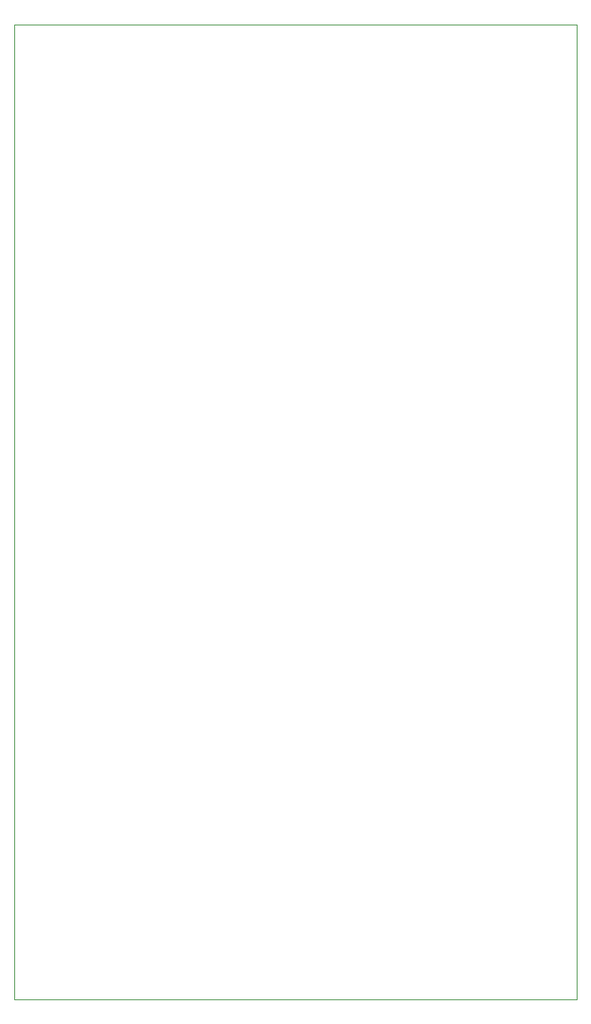
<source format=gm1>
G04 #@! TF.GenerationSoftware,KiCad,Pcbnew,(5.1.4)-1*
G04 #@! TF.CreationDate,2020-04-29T01:37:44+09:00*
G04 #@! TF.ProjectId,xSSdAUGHTER-JK,78535364-4155-4474-9854-45522d4a4b2e,rev?*
G04 #@! TF.SameCoordinates,Original*
G04 #@! TF.FileFunction,Profile,NP*
%FSLAX46Y46*%
G04 Gerber Fmt 4.6, Leading zero omitted, Abs format (unit mm)*
G04 Created by KiCad (PCBNEW (5.1.4)-1) date 2020-04-29 01:37:44*
%MOMM*%
%LPD*%
G04 APERTURE LIST*
%ADD10C,0.050000*%
G04 APERTURE END LIST*
D10*
X126200000Y-145540000D02*
X66200000Y-145540000D01*
X126200000Y-41540000D02*
X126200000Y-145540000D01*
X66200000Y-41540000D02*
X126200000Y-41540000D01*
X66200000Y-145540000D02*
X66200000Y-41540000D01*
M02*

</source>
